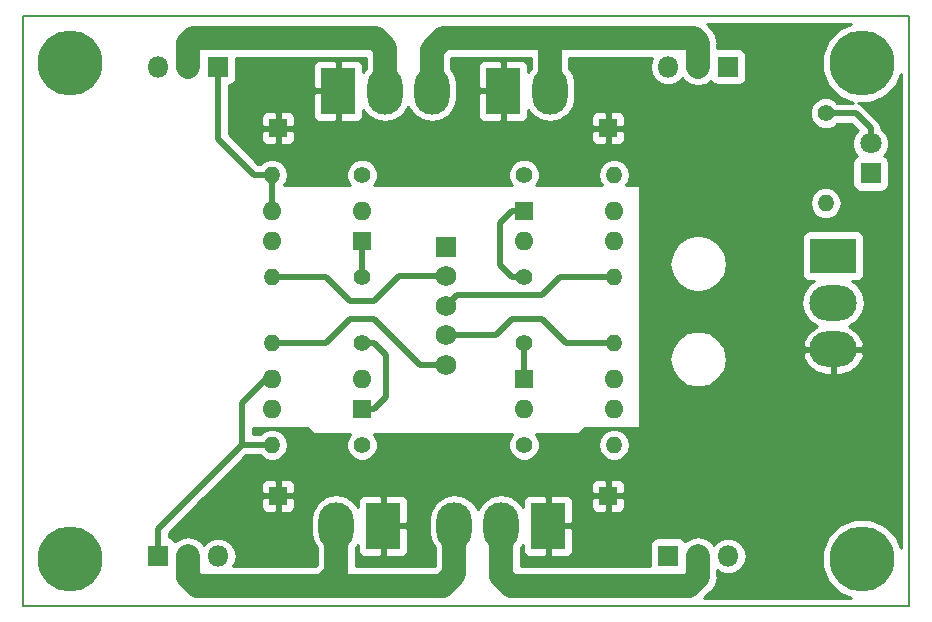
<source format=gbr>
%TF.GenerationSoftware,KiCad,Pcbnew,(5.0.0)*%
%TF.CreationDate,2018-12-15T00:11:35+01:00*%
%TF.ProjectId,high-voltage_driver_V1.0,686967682D766F6C746167655F647269,1.0*%
%TF.SameCoordinates,PXfbec30PYfbec30*%
%TF.FileFunction,Copper,L1,Top,Signal*%
%TF.FilePolarity,Positive*%
%FSLAX46Y46*%
G04 Gerber Fmt 4.6, Leading zero omitted, Abs format (unit mm)*
G04 Created by KiCad (PCBNEW (5.0.0)) date 12/15/18 00:11:35*
%MOMM*%
%LPD*%
G01*
G04 APERTURE LIST*
%ADD10C,0.150000*%
%ADD11C,1.400000*%
%ADD12O,1.400000X1.400000*%
%ADD13R,1.800000X1.800000*%
%ADD14C,1.800000*%
%ADD15R,1.750000X1.750000*%
%ADD16C,1.750000*%
%ADD17R,4.000000X3.000000*%
%ADD18O,4.000000X3.000000*%
%ADD19R,3.000000X4.000000*%
%ADD20O,3.000000X4.000000*%
%ADD21O,1.800000X1.800000*%
%ADD22R,1.600000X1.600000*%
%ADD23O,1.600000X1.600000*%
%ADD24C,5.500000*%
%ADD25C,0.500000*%
%ADD26C,2.000000*%
%ADD27C,0.254000*%
G04 APERTURE END LIST*
D10*
X75000000Y-50000000D02*
X0Y-50000000D01*
X75000000Y0D02*
X75000000Y-50000000D01*
X0Y0D02*
X0Y-50000000D01*
X0Y0D02*
X75000000Y0D01*
D11*
X42418000Y-36322000D03*
D12*
X50038000Y-36322000D03*
D13*
X71755000Y-13335000D03*
D14*
X71755000Y-10795000D03*
D15*
X35814000Y-19558000D03*
D16*
X35814000Y-22058000D03*
X35814000Y-24558000D03*
X35814000Y-27058000D03*
X35814000Y-29558000D03*
D17*
X68580000Y-20320000D03*
D18*
X68580000Y-24282400D03*
X68580000Y-28244800D03*
D19*
X26670000Y-6350000D03*
D20*
X30632400Y-6350000D03*
X34594800Y-6350000D03*
D19*
X40640000Y-6350000D03*
D20*
X44602400Y-6350000D03*
D19*
X44450000Y-43180000D03*
D20*
X40487600Y-43180000D03*
X36525200Y-43180000D03*
D19*
X30480000Y-43180000D03*
D20*
X26517600Y-43180000D03*
D13*
X16510000Y-4318000D03*
D21*
X13970000Y-4318000D03*
X11430000Y-4318000D03*
D13*
X59690000Y-4318000D03*
D21*
X57150000Y-4318000D03*
X54610000Y-4318000D03*
D13*
X54610000Y-45720000D03*
D21*
X57150000Y-45720000D03*
X59690000Y-45720000D03*
D13*
X11430000Y-45720000D03*
D21*
X13970000Y-45720000D03*
X16510000Y-45720000D03*
D11*
X28702000Y-22098000D03*
D12*
X21082000Y-22098000D03*
D11*
X42418000Y-22098000D03*
D12*
X50038000Y-22098000D03*
D11*
X42418000Y-27686000D03*
D12*
X50038000Y-27686000D03*
D11*
X28702000Y-27686000D03*
D12*
X21082000Y-27686000D03*
D11*
X67945000Y-8255000D03*
D12*
X67945000Y-15875000D03*
D11*
X28702000Y-13462000D03*
D12*
X21082000Y-13462000D03*
D11*
X42418000Y-13462000D03*
D12*
X50038000Y-13462000D03*
D11*
X28702000Y-36322000D03*
D12*
X21082000Y-36322000D03*
D22*
X28702000Y-19050000D03*
D23*
X21082000Y-16510000D03*
X28702000Y-16510000D03*
X21082000Y-19050000D03*
D22*
X42418000Y-16510000D03*
D23*
X50038000Y-19050000D03*
X42418000Y-19050000D03*
X50038000Y-16510000D03*
D22*
X42418000Y-30734000D03*
D23*
X50038000Y-33274000D03*
X42418000Y-33274000D03*
X50038000Y-30734000D03*
D22*
X28702000Y-33274000D03*
D23*
X21082000Y-30734000D03*
X28702000Y-30734000D03*
X21082000Y-33274000D03*
D24*
X4000000Y-4000000D03*
X71000000Y-4000000D03*
X4000000Y-46000000D03*
X71000000Y-46000000D03*
D22*
X21590000Y-9525000D03*
D23*
X21590000Y-1905000D03*
D22*
X49530000Y-9525000D03*
D23*
X49530000Y-1905000D03*
D22*
X49530000Y-40640000D03*
D23*
X49530000Y-48260000D03*
D22*
X21590000Y-40640000D03*
D23*
X21590000Y-48260000D03*
D25*
X67945000Y-8255000D02*
X69850000Y-8255000D01*
X71755000Y-9525000D02*
X71755000Y-10795000D01*
X70485000Y-8255000D02*
X71755000Y-9525000D01*
X69850000Y-8255000D02*
X70485000Y-8255000D01*
D26*
X21590000Y-1905000D02*
X14351000Y-1905000D01*
X13970000Y-2286000D02*
X13970000Y-4318000D01*
X14351000Y-1905000D02*
X13970000Y-2286000D01*
X21590000Y-1905000D02*
X29845000Y-1905000D01*
X30632400Y-2692400D02*
X30632400Y-6350000D01*
X29845000Y-1905000D02*
X30632400Y-2692400D01*
X49530000Y-1905000D02*
X56769000Y-1905000D01*
X57150000Y-2286000D02*
X57150000Y-4318000D01*
X56769000Y-1905000D02*
X57150000Y-2286000D01*
X45720000Y-1905000D02*
X35560000Y-1905000D01*
X34594800Y-2870200D02*
X34594800Y-6350000D01*
X35560000Y-1905000D02*
X34594800Y-2870200D01*
X44602400Y-6350000D02*
X44602400Y-2387600D01*
X45085000Y-1905000D02*
X45720000Y-1905000D01*
X45720000Y-1905000D02*
X49530000Y-1905000D01*
X44602400Y-2387600D02*
X45085000Y-1905000D01*
X49530000Y-48260000D02*
X56388000Y-48260000D01*
X57150000Y-47498000D02*
X57150000Y-45720000D01*
X56388000Y-48260000D02*
X57150000Y-47498000D01*
X40487600Y-43180000D02*
X40487600Y-47472600D01*
X41275000Y-48260000D02*
X49530000Y-48260000D01*
X40487600Y-47472600D02*
X41275000Y-48260000D01*
X40640000Y-43332400D02*
X40487600Y-43180000D01*
X21590000Y-48260000D02*
X14732000Y-48260000D01*
X13970000Y-47498000D02*
X13970000Y-45720000D01*
X14732000Y-48260000D02*
X13970000Y-47498000D01*
X36525200Y-43180000D02*
X36525200Y-47294800D01*
X35560000Y-48260000D02*
X25400000Y-48260000D01*
X36525200Y-47294800D02*
X35560000Y-48260000D01*
X21590000Y-48260000D02*
X25400000Y-48260000D01*
X26517600Y-47142400D02*
X26517600Y-43180000D01*
X25400000Y-48260000D02*
X26517600Y-47142400D01*
D25*
X21082000Y-22098000D02*
X25654000Y-22098000D01*
X31790000Y-22058000D02*
X35814000Y-22058000D01*
X29718000Y-24130000D02*
X31790000Y-22058000D01*
X27686000Y-24130000D02*
X29718000Y-24130000D01*
X25654000Y-22098000D02*
X27686000Y-24130000D01*
X50038000Y-22098000D02*
X45466000Y-22098000D01*
X36750000Y-23622000D02*
X35814000Y-24558000D01*
X43942000Y-23622000D02*
X36750000Y-23622000D01*
X45466000Y-22098000D02*
X43942000Y-23622000D01*
X50038000Y-27686000D02*
X45974000Y-27686000D01*
X39998000Y-27058000D02*
X35814000Y-27058000D01*
X41402000Y-25654000D02*
X39998000Y-27058000D01*
X43942000Y-25654000D02*
X41402000Y-25654000D01*
X45974000Y-27686000D02*
X43942000Y-25654000D01*
X21082000Y-27686000D02*
X25654000Y-27686000D01*
X33622000Y-29558000D02*
X35814000Y-29558000D01*
X29718000Y-25654000D02*
X33622000Y-29558000D01*
X27686000Y-25654000D02*
X29718000Y-25654000D01*
X25654000Y-27686000D02*
X27686000Y-25654000D01*
X28702000Y-22098000D02*
X28702000Y-19050000D01*
X40386000Y-17526000D02*
X40386000Y-21082000D01*
X41402000Y-16510000D02*
X40386000Y-17526000D01*
X42418000Y-16510000D02*
X41402000Y-16510000D01*
X41402000Y-22098000D02*
X42418000Y-22098000D01*
X40386000Y-21082000D02*
X41402000Y-22098000D01*
X42418000Y-27686000D02*
X42418000Y-30734000D01*
X28702000Y-33274000D02*
X29718000Y-33274000D01*
X29718000Y-27686000D02*
X28702000Y-27686000D01*
X30734000Y-28702000D02*
X29718000Y-27686000D01*
X30734000Y-32258000D02*
X30734000Y-28702000D01*
X29718000Y-33274000D02*
X30734000Y-32258000D01*
X21082000Y-13462000D02*
X19558000Y-13462000D01*
X16510000Y-10414000D02*
X16510000Y-4318000D01*
X19558000Y-13462000D02*
X16510000Y-10414000D01*
X21082000Y-16510000D02*
X21082000Y-13462000D01*
X18542000Y-36322000D02*
X11430000Y-43434000D01*
X11430000Y-43434000D02*
X11430000Y-45720000D01*
X21082000Y-30734000D02*
X20574000Y-30734000D01*
X20574000Y-30734000D02*
X18542000Y-32766000D01*
X18542000Y-32766000D02*
X18542000Y-36322000D01*
X21082000Y-36322000D02*
X18542000Y-36322000D01*
D27*
G36*
X69082552Y-1130336D02*
X68130336Y-2082552D01*
X67615000Y-3326682D01*
X67615000Y-4673318D01*
X68130336Y-5917448D01*
X69082552Y-6869664D01*
X70290469Y-7370000D01*
X68947975Y-7370000D01*
X68701217Y-7123242D01*
X68210548Y-6920000D01*
X67679452Y-6920000D01*
X67188783Y-7123242D01*
X66813242Y-7498783D01*
X66610000Y-7989452D01*
X66610000Y-8520548D01*
X66813242Y-9011217D01*
X67188783Y-9386758D01*
X67679452Y-9590000D01*
X68210548Y-9590000D01*
X68701217Y-9386758D01*
X68947975Y-9140000D01*
X70118422Y-9140000D01*
X70678802Y-9700381D01*
X70453690Y-9925493D01*
X70220000Y-10489670D01*
X70220000Y-11100330D01*
X70453690Y-11664507D01*
X70622908Y-11833725D01*
X70607235Y-11836843D01*
X70397191Y-11977191D01*
X70256843Y-12187235D01*
X70207560Y-12435000D01*
X70207560Y-14235000D01*
X70256843Y-14482765D01*
X70397191Y-14692809D01*
X70607235Y-14833157D01*
X70855000Y-14882440D01*
X72655000Y-14882440D01*
X72902765Y-14833157D01*
X73112809Y-14692809D01*
X73253157Y-14482765D01*
X73302440Y-14235000D01*
X73302440Y-12435000D01*
X73253157Y-12187235D01*
X73112809Y-11977191D01*
X72902765Y-11836843D01*
X72887092Y-11833725D01*
X73056310Y-11664507D01*
X73290000Y-11100330D01*
X73290000Y-10489670D01*
X73056310Y-9925493D01*
X72657085Y-9526268D01*
X72657337Y-9524999D01*
X72640000Y-9437839D01*
X72640000Y-9437835D01*
X72588652Y-9179690D01*
X72486512Y-9026827D01*
X72442424Y-8960845D01*
X72442423Y-8960844D01*
X72393049Y-8886951D01*
X72319156Y-8837577D01*
X71172425Y-7690847D01*
X71123049Y-7616951D01*
X70830310Y-7421348D01*
X70647575Y-7385000D01*
X71673318Y-7385000D01*
X72917448Y-6869664D01*
X73869664Y-5917448D01*
X74290000Y-4902668D01*
X74290001Y-45097334D01*
X73869664Y-44082552D01*
X72917448Y-43130336D01*
X71673318Y-42615000D01*
X70326682Y-42615000D01*
X69082552Y-43130336D01*
X68130336Y-44082552D01*
X67615000Y-45326682D01*
X67615000Y-46673318D01*
X68130336Y-47917448D01*
X69082552Y-48869664D01*
X70097332Y-49290000D01*
X57670238Y-49290000D01*
X58192250Y-48767988D01*
X58328769Y-48676769D01*
X58657590Y-48184654D01*
X58690136Y-48135946D01*
X58817031Y-47498000D01*
X58785000Y-47336969D01*
X58785000Y-46961427D01*
X59091073Y-47165938D01*
X59538818Y-47255000D01*
X59841182Y-47255000D01*
X60288927Y-47165938D01*
X60796673Y-46826673D01*
X61135938Y-46318927D01*
X61255072Y-45720000D01*
X61135938Y-45121073D01*
X60796673Y-44613327D01*
X60288927Y-44274062D01*
X59841182Y-44185000D01*
X59538818Y-44185000D01*
X59091073Y-44274062D01*
X58583327Y-44613327D01*
X58480134Y-44767766D01*
X58328769Y-44541231D01*
X57787945Y-44179864D01*
X57150000Y-44052969D01*
X56512056Y-44179864D01*
X56051572Y-44487550D01*
X55967809Y-44362191D01*
X55757765Y-44221843D01*
X55510000Y-44172560D01*
X53710000Y-44172560D01*
X53462235Y-44221843D01*
X53252191Y-44362191D01*
X53111843Y-44572235D01*
X53062560Y-44820000D01*
X53062560Y-46620000D01*
X53063555Y-46625000D01*
X42122600Y-46625000D01*
X42122600Y-45075948D01*
X42315000Y-44788001D01*
X42315000Y-45306310D01*
X42411673Y-45539699D01*
X42590302Y-45718327D01*
X42823691Y-45815000D01*
X44164250Y-45815000D01*
X44323000Y-45656250D01*
X44323000Y-43307000D01*
X44577000Y-43307000D01*
X44577000Y-45656250D01*
X44735750Y-45815000D01*
X46076309Y-45815000D01*
X46309698Y-45718327D01*
X46488327Y-45539699D01*
X46585000Y-45306310D01*
X46585000Y-43465750D01*
X46426250Y-43307000D01*
X44577000Y-43307000D01*
X44323000Y-43307000D01*
X44303000Y-43307000D01*
X44303000Y-43053000D01*
X44323000Y-43053000D01*
X44323000Y-40703750D01*
X44577000Y-40703750D01*
X44577000Y-43053000D01*
X46426250Y-43053000D01*
X46585000Y-42894250D01*
X46585000Y-41053690D01*
X46532006Y-40925750D01*
X48095000Y-40925750D01*
X48095000Y-41566309D01*
X48191673Y-41799698D01*
X48370301Y-41978327D01*
X48603690Y-42075000D01*
X49244250Y-42075000D01*
X49403000Y-41916250D01*
X49403000Y-40767000D01*
X49657000Y-40767000D01*
X49657000Y-41916250D01*
X49815750Y-42075000D01*
X50456310Y-42075000D01*
X50689699Y-41978327D01*
X50868327Y-41799698D01*
X50965000Y-41566309D01*
X50965000Y-40925750D01*
X50806250Y-40767000D01*
X49657000Y-40767000D01*
X49403000Y-40767000D01*
X48253750Y-40767000D01*
X48095000Y-40925750D01*
X46532006Y-40925750D01*
X46488327Y-40820301D01*
X46309698Y-40641673D01*
X46076309Y-40545000D01*
X44735750Y-40545000D01*
X44577000Y-40703750D01*
X44323000Y-40703750D01*
X44164250Y-40545000D01*
X42823691Y-40545000D01*
X42590302Y-40641673D01*
X42411673Y-40820301D01*
X42315000Y-41053690D01*
X42315000Y-41572000D01*
X42026849Y-41140751D01*
X41320636Y-40668874D01*
X40487600Y-40503173D01*
X39654565Y-40668874D01*
X38948352Y-41140751D01*
X38506400Y-41802177D01*
X38064449Y-41140751D01*
X37358236Y-40668874D01*
X36525200Y-40503173D01*
X35692165Y-40668874D01*
X34985952Y-41140751D01*
X34514074Y-41846964D01*
X34390200Y-42469721D01*
X34390200Y-43890278D01*
X34514074Y-44513035D01*
X34890200Y-45075948D01*
X34890201Y-46617561D01*
X34882762Y-46625000D01*
X28152600Y-46625000D01*
X28152600Y-45075948D01*
X28345000Y-44788001D01*
X28345000Y-45306310D01*
X28441673Y-45539699D01*
X28620302Y-45718327D01*
X28853691Y-45815000D01*
X30194250Y-45815000D01*
X30353000Y-45656250D01*
X30353000Y-43307000D01*
X30607000Y-43307000D01*
X30607000Y-45656250D01*
X30765750Y-45815000D01*
X32106309Y-45815000D01*
X32339698Y-45718327D01*
X32518327Y-45539699D01*
X32615000Y-45306310D01*
X32615000Y-43465750D01*
X32456250Y-43307000D01*
X30607000Y-43307000D01*
X30353000Y-43307000D01*
X30333000Y-43307000D01*
X30333000Y-43053000D01*
X30353000Y-43053000D01*
X30353000Y-40703750D01*
X30607000Y-40703750D01*
X30607000Y-43053000D01*
X32456250Y-43053000D01*
X32615000Y-42894250D01*
X32615000Y-41053690D01*
X32518327Y-40820301D01*
X32339698Y-40641673D01*
X32106309Y-40545000D01*
X30765750Y-40545000D01*
X30607000Y-40703750D01*
X30353000Y-40703750D01*
X30194250Y-40545000D01*
X28853691Y-40545000D01*
X28620302Y-40641673D01*
X28441673Y-40820301D01*
X28345000Y-41053690D01*
X28345000Y-41572000D01*
X28056849Y-41140751D01*
X27350636Y-40668874D01*
X26517600Y-40503173D01*
X25684565Y-40668874D01*
X24978352Y-41140751D01*
X24506474Y-41846964D01*
X24382600Y-42469721D01*
X24382600Y-43890278D01*
X24506474Y-44513035D01*
X24882601Y-45075948D01*
X24882600Y-46465161D01*
X24722762Y-46625000D01*
X17751427Y-46625000D01*
X17955938Y-46318927D01*
X18075072Y-45720000D01*
X17955938Y-45121073D01*
X17616673Y-44613327D01*
X17108927Y-44274062D01*
X16661182Y-44185000D01*
X16358818Y-44185000D01*
X15911073Y-44274062D01*
X15403327Y-44613327D01*
X15300134Y-44767766D01*
X15148769Y-44541231D01*
X14607945Y-44179864D01*
X13970000Y-44052969D01*
X13332056Y-44179864D01*
X12871572Y-44487550D01*
X12787809Y-44362191D01*
X12577765Y-44221843D01*
X12330000Y-44172560D01*
X12315000Y-44172560D01*
X12315000Y-43800578D01*
X15189828Y-40925750D01*
X20155000Y-40925750D01*
X20155000Y-41566309D01*
X20251673Y-41799698D01*
X20430301Y-41978327D01*
X20663690Y-42075000D01*
X21304250Y-42075000D01*
X21463000Y-41916250D01*
X21463000Y-40767000D01*
X21717000Y-40767000D01*
X21717000Y-41916250D01*
X21875750Y-42075000D01*
X22516310Y-42075000D01*
X22749699Y-41978327D01*
X22928327Y-41799698D01*
X23025000Y-41566309D01*
X23025000Y-40925750D01*
X22866250Y-40767000D01*
X21717000Y-40767000D01*
X21463000Y-40767000D01*
X20313750Y-40767000D01*
X20155000Y-40925750D01*
X15189828Y-40925750D01*
X16401887Y-39713691D01*
X20155000Y-39713691D01*
X20155000Y-40354250D01*
X20313750Y-40513000D01*
X21463000Y-40513000D01*
X21463000Y-39363750D01*
X21717000Y-39363750D01*
X21717000Y-40513000D01*
X22866250Y-40513000D01*
X23025000Y-40354250D01*
X23025000Y-39713691D01*
X48095000Y-39713691D01*
X48095000Y-40354250D01*
X48253750Y-40513000D01*
X49403000Y-40513000D01*
X49403000Y-39363750D01*
X49657000Y-39363750D01*
X49657000Y-40513000D01*
X50806250Y-40513000D01*
X50965000Y-40354250D01*
X50965000Y-39713691D01*
X50868327Y-39480302D01*
X50689699Y-39301673D01*
X50456310Y-39205000D01*
X49815750Y-39205000D01*
X49657000Y-39363750D01*
X49403000Y-39363750D01*
X49244250Y-39205000D01*
X48603690Y-39205000D01*
X48370301Y-39301673D01*
X48191673Y-39480302D01*
X48095000Y-39713691D01*
X23025000Y-39713691D01*
X22928327Y-39480302D01*
X22749699Y-39301673D01*
X22516310Y-39205000D01*
X21875750Y-39205000D01*
X21717000Y-39363750D01*
X21463000Y-39363750D01*
X21304250Y-39205000D01*
X20663690Y-39205000D01*
X20430301Y-39301673D01*
X20251673Y-39480302D01*
X20155000Y-39713691D01*
X16401887Y-39713691D01*
X18908579Y-37207000D01*
X20067748Y-37207000D01*
X20119519Y-37284481D01*
X20561109Y-37579542D01*
X20950515Y-37657000D01*
X21213485Y-37657000D01*
X21602891Y-37579542D01*
X22044481Y-37284481D01*
X22339542Y-36842891D01*
X22443154Y-36322000D01*
X22339542Y-35801109D01*
X22044481Y-35359519D01*
X21602891Y-35064458D01*
X21213485Y-34987000D01*
X20950515Y-34987000D01*
X20561109Y-35064458D01*
X20119519Y-35359519D01*
X20067748Y-35437000D01*
X19427000Y-35437000D01*
X19427000Y-34925000D01*
X24077394Y-34925000D01*
X24548197Y-35395803D01*
X24589399Y-35423333D01*
X24638000Y-35433000D01*
X27703025Y-35433000D01*
X27570242Y-35565783D01*
X27367000Y-36056452D01*
X27367000Y-36587548D01*
X27570242Y-37078217D01*
X27945783Y-37453758D01*
X28436452Y-37657000D01*
X28967548Y-37657000D01*
X29458217Y-37453758D01*
X29833758Y-37078217D01*
X30037000Y-36587548D01*
X30037000Y-36056452D01*
X29833758Y-35565783D01*
X29700975Y-35433000D01*
X41419025Y-35433000D01*
X41286242Y-35565783D01*
X41083000Y-36056452D01*
X41083000Y-36587548D01*
X41286242Y-37078217D01*
X41661783Y-37453758D01*
X42152452Y-37657000D01*
X42683548Y-37657000D01*
X43174217Y-37453758D01*
X43549758Y-37078217D01*
X43753000Y-36587548D01*
X43753000Y-36322000D01*
X48676846Y-36322000D01*
X48780458Y-36842891D01*
X49075519Y-37284481D01*
X49517109Y-37579542D01*
X49906515Y-37657000D01*
X50169485Y-37657000D01*
X50558891Y-37579542D01*
X51000481Y-37284481D01*
X51295542Y-36842891D01*
X51399154Y-36322000D01*
X51295542Y-35801109D01*
X51000481Y-35359519D01*
X50558891Y-35064458D01*
X50169485Y-34987000D01*
X49906515Y-34987000D01*
X49517109Y-35064458D01*
X49075519Y-35359519D01*
X48780458Y-35801109D01*
X48676846Y-36322000D01*
X43753000Y-36322000D01*
X43753000Y-36056452D01*
X43549758Y-35565783D01*
X43416975Y-35433000D01*
X46990000Y-35433000D01*
X47038601Y-35423333D01*
X47079803Y-35395803D01*
X47550606Y-34925000D01*
X52070000Y-34925000D01*
X52118601Y-34915333D01*
X52159803Y-34887803D01*
X52187333Y-34846601D01*
X52197000Y-34798000D01*
X52197000Y-29060000D01*
X54718276Y-29060000D01*
X54903380Y-29990580D01*
X55430511Y-30779489D01*
X56219420Y-31306620D01*
X56915103Y-31445000D01*
X57384897Y-31445000D01*
X58080580Y-31306620D01*
X58869489Y-30779489D01*
X59396620Y-29990580D01*
X59581724Y-29060000D01*
X59510839Y-28703633D01*
X65994887Y-28703633D01*
X66058916Y-28944496D01*
X66480524Y-29664670D01*
X67145638Y-30168682D01*
X67953000Y-30379800D01*
X68453000Y-30379800D01*
X68453000Y-28371800D01*
X68707000Y-28371800D01*
X68707000Y-30379800D01*
X69207000Y-30379800D01*
X70014362Y-30168682D01*
X70679476Y-29664670D01*
X71101084Y-28944496D01*
X71165113Y-28703633D01*
X71052165Y-28371800D01*
X68707000Y-28371800D01*
X68453000Y-28371800D01*
X66107835Y-28371800D01*
X65994887Y-28703633D01*
X59510839Y-28703633D01*
X59396620Y-28129420D01*
X58869489Y-27340511D01*
X58080580Y-26813380D01*
X57384897Y-26675000D01*
X56915103Y-26675000D01*
X56219420Y-26813380D01*
X55430511Y-27340511D01*
X54903380Y-28129420D01*
X54718276Y-29060000D01*
X52197000Y-29060000D01*
X52197000Y-24282400D01*
X65903173Y-24282400D01*
X66068874Y-25115436D01*
X66540751Y-25821649D01*
X67246964Y-26293526D01*
X67248910Y-26293913D01*
X67145638Y-26320918D01*
X66480524Y-26824930D01*
X66058916Y-27545104D01*
X65994887Y-27785967D01*
X66107835Y-28117800D01*
X68453000Y-28117800D01*
X68453000Y-28097800D01*
X68707000Y-28097800D01*
X68707000Y-28117800D01*
X71052165Y-28117800D01*
X71165113Y-27785967D01*
X71101084Y-27545104D01*
X70679476Y-26824930D01*
X70014362Y-26320918D01*
X69911090Y-26293913D01*
X69913036Y-26293526D01*
X70619249Y-25821649D01*
X71091126Y-25115436D01*
X71256827Y-24282400D01*
X71091126Y-23449364D01*
X70619249Y-22743151D01*
X70206619Y-22467440D01*
X70580000Y-22467440D01*
X70827765Y-22418157D01*
X71037809Y-22277809D01*
X71178157Y-22067765D01*
X71227440Y-21820000D01*
X71227440Y-18820000D01*
X71178157Y-18572235D01*
X71037809Y-18362191D01*
X70827765Y-18221843D01*
X70580000Y-18172560D01*
X66580000Y-18172560D01*
X66332235Y-18221843D01*
X66122191Y-18362191D01*
X65981843Y-18572235D01*
X65932560Y-18820000D01*
X65932560Y-21820000D01*
X65981843Y-22067765D01*
X66122191Y-22277809D01*
X66332235Y-22418157D01*
X66580000Y-22467440D01*
X66953381Y-22467440D01*
X66540751Y-22743151D01*
X66068874Y-23449364D01*
X65903173Y-24282400D01*
X52197000Y-24282400D01*
X52197000Y-20978000D01*
X54718276Y-20978000D01*
X54903380Y-21908580D01*
X55430511Y-22697489D01*
X56219420Y-23224620D01*
X56915103Y-23363000D01*
X57384897Y-23363000D01*
X58080580Y-23224620D01*
X58869489Y-22697489D01*
X59396620Y-21908580D01*
X59581724Y-20978000D01*
X59396620Y-20047420D01*
X58869489Y-19258511D01*
X58080580Y-18731380D01*
X57384897Y-18593000D01*
X56915103Y-18593000D01*
X56219420Y-18731380D01*
X55430511Y-19258511D01*
X54903380Y-20047420D01*
X54718276Y-20978000D01*
X52197000Y-20978000D01*
X52197000Y-15875000D01*
X66583846Y-15875000D01*
X66687458Y-16395891D01*
X66982519Y-16837481D01*
X67424109Y-17132542D01*
X67813515Y-17210000D01*
X68076485Y-17210000D01*
X68465891Y-17132542D01*
X68907481Y-16837481D01*
X69202542Y-16395891D01*
X69306154Y-15875000D01*
X69202542Y-15354109D01*
X68907481Y-14912519D01*
X68465891Y-14617458D01*
X68076485Y-14540000D01*
X67813515Y-14540000D01*
X67424109Y-14617458D01*
X66982519Y-14912519D01*
X66687458Y-15354109D01*
X66583846Y-15875000D01*
X52197000Y-15875000D01*
X52197000Y-14478000D01*
X52187333Y-14429399D01*
X52159803Y-14388197D01*
X52118601Y-14360667D01*
X52070000Y-14351000D01*
X51049579Y-14351000D01*
X51295542Y-13982891D01*
X51399154Y-13462000D01*
X51295542Y-12941109D01*
X51000481Y-12499519D01*
X50558891Y-12204458D01*
X50169485Y-12127000D01*
X49906515Y-12127000D01*
X49517109Y-12204458D01*
X49075519Y-12499519D01*
X48780458Y-12941109D01*
X48676846Y-13462000D01*
X48780458Y-13982891D01*
X49026421Y-14351000D01*
X43416975Y-14351000D01*
X43549758Y-14218217D01*
X43753000Y-13727548D01*
X43753000Y-13196452D01*
X43549758Y-12705783D01*
X43174217Y-12330242D01*
X42683548Y-12127000D01*
X42152452Y-12127000D01*
X41661783Y-12330242D01*
X41286242Y-12705783D01*
X41083000Y-13196452D01*
X41083000Y-13727548D01*
X41286242Y-14218217D01*
X41419025Y-14351000D01*
X29700975Y-14351000D01*
X29833758Y-14218217D01*
X30037000Y-13727548D01*
X30037000Y-13196452D01*
X29833758Y-12705783D01*
X29458217Y-12330242D01*
X28967548Y-12127000D01*
X28436452Y-12127000D01*
X27945783Y-12330242D01*
X27570242Y-12705783D01*
X27367000Y-13196452D01*
X27367000Y-13727548D01*
X27570242Y-14218217D01*
X27703025Y-14351000D01*
X22093579Y-14351000D01*
X22339542Y-13982891D01*
X22443154Y-13462000D01*
X22339542Y-12941109D01*
X22044481Y-12499519D01*
X21602891Y-12204458D01*
X21213485Y-12127000D01*
X20950515Y-12127000D01*
X20561109Y-12204458D01*
X20119519Y-12499519D01*
X20067748Y-12577000D01*
X19924579Y-12577000D01*
X17395000Y-10047422D01*
X17395000Y-9810750D01*
X20155000Y-9810750D01*
X20155000Y-10451309D01*
X20251673Y-10684698D01*
X20430301Y-10863327D01*
X20663690Y-10960000D01*
X21304250Y-10960000D01*
X21463000Y-10801250D01*
X21463000Y-9652000D01*
X21717000Y-9652000D01*
X21717000Y-10801250D01*
X21875750Y-10960000D01*
X22516310Y-10960000D01*
X22749699Y-10863327D01*
X22928327Y-10684698D01*
X23025000Y-10451309D01*
X23025000Y-9810750D01*
X48095000Y-9810750D01*
X48095000Y-10451309D01*
X48191673Y-10684698D01*
X48370301Y-10863327D01*
X48603690Y-10960000D01*
X49244250Y-10960000D01*
X49403000Y-10801250D01*
X49403000Y-9652000D01*
X49657000Y-9652000D01*
X49657000Y-10801250D01*
X49815750Y-10960000D01*
X50456310Y-10960000D01*
X50689699Y-10863327D01*
X50868327Y-10684698D01*
X50965000Y-10451309D01*
X50965000Y-9810750D01*
X50806250Y-9652000D01*
X49657000Y-9652000D01*
X49403000Y-9652000D01*
X48253750Y-9652000D01*
X48095000Y-9810750D01*
X23025000Y-9810750D01*
X22866250Y-9652000D01*
X21717000Y-9652000D01*
X21463000Y-9652000D01*
X20313750Y-9652000D01*
X20155000Y-9810750D01*
X17395000Y-9810750D01*
X17395000Y-8598691D01*
X20155000Y-8598691D01*
X20155000Y-9239250D01*
X20313750Y-9398000D01*
X21463000Y-9398000D01*
X21463000Y-8248750D01*
X21717000Y-8248750D01*
X21717000Y-9398000D01*
X22866250Y-9398000D01*
X23025000Y-9239250D01*
X23025000Y-8598691D01*
X22928327Y-8365302D01*
X22749699Y-8186673D01*
X22516310Y-8090000D01*
X21875750Y-8090000D01*
X21717000Y-8248750D01*
X21463000Y-8248750D01*
X21304250Y-8090000D01*
X20663690Y-8090000D01*
X20430301Y-8186673D01*
X20251673Y-8365302D01*
X20155000Y-8598691D01*
X17395000Y-8598691D01*
X17395000Y-6635750D01*
X24535000Y-6635750D01*
X24535000Y-8476310D01*
X24631673Y-8709699D01*
X24810302Y-8888327D01*
X25043691Y-8985000D01*
X26384250Y-8985000D01*
X26543000Y-8826250D01*
X26543000Y-6477000D01*
X24693750Y-6477000D01*
X24535000Y-6635750D01*
X17395000Y-6635750D01*
X17395000Y-5865440D01*
X17410000Y-5865440D01*
X17657765Y-5816157D01*
X17867809Y-5675809D01*
X18008157Y-5465765D01*
X18057440Y-5218000D01*
X18057440Y-4223690D01*
X24535000Y-4223690D01*
X24535000Y-6064250D01*
X24693750Y-6223000D01*
X26543000Y-6223000D01*
X26543000Y-3873750D01*
X26384250Y-3715000D01*
X25043691Y-3715000D01*
X24810302Y-3811673D01*
X24631673Y-3990301D01*
X24535000Y-4223690D01*
X18057440Y-4223690D01*
X18057440Y-3540000D01*
X28997400Y-3540000D01*
X28997400Y-4454052D01*
X28805000Y-4742000D01*
X28805000Y-4223690D01*
X28708327Y-3990301D01*
X28529698Y-3811673D01*
X28296309Y-3715000D01*
X26955750Y-3715000D01*
X26797000Y-3873750D01*
X26797000Y-6223000D01*
X26817000Y-6223000D01*
X26817000Y-6477000D01*
X26797000Y-6477000D01*
X26797000Y-8826250D01*
X26955750Y-8985000D01*
X28296309Y-8985000D01*
X28529698Y-8888327D01*
X28708327Y-8709699D01*
X28805000Y-8476310D01*
X28805000Y-7958000D01*
X29093152Y-8389249D01*
X29799365Y-8861126D01*
X30632400Y-9026827D01*
X31465436Y-8861126D01*
X32171649Y-8389249D01*
X32613600Y-7727823D01*
X33055552Y-8389249D01*
X33761765Y-8861126D01*
X34594800Y-9026827D01*
X35427836Y-8861126D01*
X36134049Y-8389249D01*
X36605926Y-7683035D01*
X36729800Y-7060278D01*
X36729800Y-6635750D01*
X38505000Y-6635750D01*
X38505000Y-8476310D01*
X38601673Y-8709699D01*
X38780302Y-8888327D01*
X39013691Y-8985000D01*
X40354250Y-8985000D01*
X40513000Y-8826250D01*
X40513000Y-6477000D01*
X38663750Y-6477000D01*
X38505000Y-6635750D01*
X36729800Y-6635750D01*
X36729800Y-5639721D01*
X36605926Y-5016964D01*
X36229800Y-4454052D01*
X36229800Y-4223690D01*
X38505000Y-4223690D01*
X38505000Y-6064250D01*
X38663750Y-6223000D01*
X40513000Y-6223000D01*
X40513000Y-3873750D01*
X40354250Y-3715000D01*
X39013691Y-3715000D01*
X38780302Y-3811673D01*
X38601673Y-3990301D01*
X38505000Y-4223690D01*
X36229800Y-4223690D01*
X36229800Y-3547438D01*
X36237238Y-3540000D01*
X42967401Y-3540000D01*
X42967400Y-4454052D01*
X42775000Y-4742000D01*
X42775000Y-4223690D01*
X42678327Y-3990301D01*
X42499698Y-3811673D01*
X42266309Y-3715000D01*
X40925750Y-3715000D01*
X40767000Y-3873750D01*
X40767000Y-6223000D01*
X40787000Y-6223000D01*
X40787000Y-6477000D01*
X40767000Y-6477000D01*
X40767000Y-8826250D01*
X40925750Y-8985000D01*
X42266309Y-8985000D01*
X42499698Y-8888327D01*
X42678327Y-8709699D01*
X42775000Y-8476310D01*
X42775000Y-7958000D01*
X43063152Y-8389249D01*
X43769365Y-8861126D01*
X44602400Y-9026827D01*
X45435436Y-8861126D01*
X45828197Y-8598691D01*
X48095000Y-8598691D01*
X48095000Y-9239250D01*
X48253750Y-9398000D01*
X49403000Y-9398000D01*
X49403000Y-8248750D01*
X49657000Y-8248750D01*
X49657000Y-9398000D01*
X50806250Y-9398000D01*
X50965000Y-9239250D01*
X50965000Y-8598691D01*
X50868327Y-8365302D01*
X50689699Y-8186673D01*
X50456310Y-8090000D01*
X49815750Y-8090000D01*
X49657000Y-8248750D01*
X49403000Y-8248750D01*
X49244250Y-8090000D01*
X48603690Y-8090000D01*
X48370301Y-8186673D01*
X48191673Y-8365302D01*
X48095000Y-8598691D01*
X45828197Y-8598691D01*
X46141649Y-8389249D01*
X46613526Y-7683035D01*
X46737400Y-7060278D01*
X46737400Y-5639721D01*
X46613526Y-5016964D01*
X46237400Y-4454052D01*
X46237400Y-3540000D01*
X53283715Y-3540000D01*
X53164062Y-3719073D01*
X53044928Y-4318000D01*
X53164062Y-4916927D01*
X53503327Y-5424673D01*
X54011073Y-5763938D01*
X54458818Y-5853000D01*
X54761182Y-5853000D01*
X55208927Y-5763938D01*
X55716673Y-5424673D01*
X55819866Y-5270234D01*
X55971232Y-5496769D01*
X56512056Y-5858136D01*
X57150000Y-5985031D01*
X57787945Y-5858136D01*
X58248429Y-5550451D01*
X58332191Y-5675809D01*
X58542235Y-5816157D01*
X58790000Y-5865440D01*
X60590000Y-5865440D01*
X60837765Y-5816157D01*
X61047809Y-5675809D01*
X61188157Y-5465765D01*
X61237440Y-5218000D01*
X61237440Y-3418000D01*
X61188157Y-3170235D01*
X61047809Y-2960191D01*
X60837765Y-2819843D01*
X60590000Y-2770560D01*
X58790000Y-2770560D01*
X58785000Y-2771555D01*
X58785000Y-2447025D01*
X58817030Y-2285999D01*
X58785000Y-2124973D01*
X58785000Y-2124969D01*
X58690136Y-1648055D01*
X58328769Y-1107231D01*
X58192250Y-1016012D01*
X58038988Y-862750D01*
X57947769Y-726231D01*
X57923478Y-710000D01*
X70097332Y-710000D01*
X69082552Y-1130336D01*
X69082552Y-1130336D01*
G37*
X69082552Y-1130336D02*
X68130336Y-2082552D01*
X67615000Y-3326682D01*
X67615000Y-4673318D01*
X68130336Y-5917448D01*
X69082552Y-6869664D01*
X70290469Y-7370000D01*
X68947975Y-7370000D01*
X68701217Y-7123242D01*
X68210548Y-6920000D01*
X67679452Y-6920000D01*
X67188783Y-7123242D01*
X66813242Y-7498783D01*
X66610000Y-7989452D01*
X66610000Y-8520548D01*
X66813242Y-9011217D01*
X67188783Y-9386758D01*
X67679452Y-9590000D01*
X68210548Y-9590000D01*
X68701217Y-9386758D01*
X68947975Y-9140000D01*
X70118422Y-9140000D01*
X70678802Y-9700381D01*
X70453690Y-9925493D01*
X70220000Y-10489670D01*
X70220000Y-11100330D01*
X70453690Y-11664507D01*
X70622908Y-11833725D01*
X70607235Y-11836843D01*
X70397191Y-11977191D01*
X70256843Y-12187235D01*
X70207560Y-12435000D01*
X70207560Y-14235000D01*
X70256843Y-14482765D01*
X70397191Y-14692809D01*
X70607235Y-14833157D01*
X70855000Y-14882440D01*
X72655000Y-14882440D01*
X72902765Y-14833157D01*
X73112809Y-14692809D01*
X73253157Y-14482765D01*
X73302440Y-14235000D01*
X73302440Y-12435000D01*
X73253157Y-12187235D01*
X73112809Y-11977191D01*
X72902765Y-11836843D01*
X72887092Y-11833725D01*
X73056310Y-11664507D01*
X73290000Y-11100330D01*
X73290000Y-10489670D01*
X73056310Y-9925493D01*
X72657085Y-9526268D01*
X72657337Y-9524999D01*
X72640000Y-9437839D01*
X72640000Y-9437835D01*
X72588652Y-9179690D01*
X72486512Y-9026827D01*
X72442424Y-8960845D01*
X72442423Y-8960844D01*
X72393049Y-8886951D01*
X72319156Y-8837577D01*
X71172425Y-7690847D01*
X71123049Y-7616951D01*
X70830310Y-7421348D01*
X70647575Y-7385000D01*
X71673318Y-7385000D01*
X72917448Y-6869664D01*
X73869664Y-5917448D01*
X74290000Y-4902668D01*
X74290001Y-45097334D01*
X73869664Y-44082552D01*
X72917448Y-43130336D01*
X71673318Y-42615000D01*
X70326682Y-42615000D01*
X69082552Y-43130336D01*
X68130336Y-44082552D01*
X67615000Y-45326682D01*
X67615000Y-46673318D01*
X68130336Y-47917448D01*
X69082552Y-48869664D01*
X70097332Y-49290000D01*
X57670238Y-49290000D01*
X58192250Y-48767988D01*
X58328769Y-48676769D01*
X58657590Y-48184654D01*
X58690136Y-48135946D01*
X58817031Y-47498000D01*
X58785000Y-47336969D01*
X58785000Y-46961427D01*
X59091073Y-47165938D01*
X59538818Y-47255000D01*
X59841182Y-47255000D01*
X60288927Y-47165938D01*
X60796673Y-46826673D01*
X61135938Y-46318927D01*
X61255072Y-45720000D01*
X61135938Y-45121073D01*
X60796673Y-44613327D01*
X60288927Y-44274062D01*
X59841182Y-44185000D01*
X59538818Y-44185000D01*
X59091073Y-44274062D01*
X58583327Y-44613327D01*
X58480134Y-44767766D01*
X58328769Y-44541231D01*
X57787945Y-44179864D01*
X57150000Y-44052969D01*
X56512056Y-44179864D01*
X56051572Y-44487550D01*
X55967809Y-44362191D01*
X55757765Y-44221843D01*
X55510000Y-44172560D01*
X53710000Y-44172560D01*
X53462235Y-44221843D01*
X53252191Y-44362191D01*
X53111843Y-44572235D01*
X53062560Y-44820000D01*
X53062560Y-46620000D01*
X53063555Y-46625000D01*
X42122600Y-46625000D01*
X42122600Y-45075948D01*
X42315000Y-44788001D01*
X42315000Y-45306310D01*
X42411673Y-45539699D01*
X42590302Y-45718327D01*
X42823691Y-45815000D01*
X44164250Y-45815000D01*
X44323000Y-45656250D01*
X44323000Y-43307000D01*
X44577000Y-43307000D01*
X44577000Y-45656250D01*
X44735750Y-45815000D01*
X46076309Y-45815000D01*
X46309698Y-45718327D01*
X46488327Y-45539699D01*
X46585000Y-45306310D01*
X46585000Y-43465750D01*
X46426250Y-43307000D01*
X44577000Y-43307000D01*
X44323000Y-43307000D01*
X44303000Y-43307000D01*
X44303000Y-43053000D01*
X44323000Y-43053000D01*
X44323000Y-40703750D01*
X44577000Y-40703750D01*
X44577000Y-43053000D01*
X46426250Y-43053000D01*
X46585000Y-42894250D01*
X46585000Y-41053690D01*
X46532006Y-40925750D01*
X48095000Y-40925750D01*
X48095000Y-41566309D01*
X48191673Y-41799698D01*
X48370301Y-41978327D01*
X48603690Y-42075000D01*
X49244250Y-42075000D01*
X49403000Y-41916250D01*
X49403000Y-40767000D01*
X49657000Y-40767000D01*
X49657000Y-41916250D01*
X49815750Y-42075000D01*
X50456310Y-42075000D01*
X50689699Y-41978327D01*
X50868327Y-41799698D01*
X50965000Y-41566309D01*
X50965000Y-40925750D01*
X50806250Y-40767000D01*
X49657000Y-40767000D01*
X49403000Y-40767000D01*
X48253750Y-40767000D01*
X48095000Y-40925750D01*
X46532006Y-40925750D01*
X46488327Y-40820301D01*
X46309698Y-40641673D01*
X46076309Y-40545000D01*
X44735750Y-40545000D01*
X44577000Y-40703750D01*
X44323000Y-40703750D01*
X44164250Y-40545000D01*
X42823691Y-40545000D01*
X42590302Y-40641673D01*
X42411673Y-40820301D01*
X42315000Y-41053690D01*
X42315000Y-41572000D01*
X42026849Y-41140751D01*
X41320636Y-40668874D01*
X40487600Y-40503173D01*
X39654565Y-40668874D01*
X38948352Y-41140751D01*
X38506400Y-41802177D01*
X38064449Y-41140751D01*
X37358236Y-40668874D01*
X36525200Y-40503173D01*
X35692165Y-40668874D01*
X34985952Y-41140751D01*
X34514074Y-41846964D01*
X34390200Y-42469721D01*
X34390200Y-43890278D01*
X34514074Y-44513035D01*
X34890200Y-45075948D01*
X34890201Y-46617561D01*
X34882762Y-46625000D01*
X28152600Y-46625000D01*
X28152600Y-45075948D01*
X28345000Y-44788001D01*
X28345000Y-45306310D01*
X28441673Y-45539699D01*
X28620302Y-45718327D01*
X28853691Y-45815000D01*
X30194250Y-45815000D01*
X30353000Y-45656250D01*
X30353000Y-43307000D01*
X30607000Y-43307000D01*
X30607000Y-45656250D01*
X30765750Y-45815000D01*
X32106309Y-45815000D01*
X32339698Y-45718327D01*
X32518327Y-45539699D01*
X32615000Y-45306310D01*
X32615000Y-43465750D01*
X32456250Y-43307000D01*
X30607000Y-43307000D01*
X30353000Y-43307000D01*
X30333000Y-43307000D01*
X30333000Y-43053000D01*
X30353000Y-43053000D01*
X30353000Y-40703750D01*
X30607000Y-40703750D01*
X30607000Y-43053000D01*
X32456250Y-43053000D01*
X32615000Y-42894250D01*
X32615000Y-41053690D01*
X32518327Y-40820301D01*
X32339698Y-40641673D01*
X32106309Y-40545000D01*
X30765750Y-40545000D01*
X30607000Y-40703750D01*
X30353000Y-40703750D01*
X30194250Y-40545000D01*
X28853691Y-40545000D01*
X28620302Y-40641673D01*
X28441673Y-40820301D01*
X28345000Y-41053690D01*
X28345000Y-41572000D01*
X28056849Y-41140751D01*
X27350636Y-40668874D01*
X26517600Y-40503173D01*
X25684565Y-40668874D01*
X24978352Y-41140751D01*
X24506474Y-41846964D01*
X24382600Y-42469721D01*
X24382600Y-43890278D01*
X24506474Y-44513035D01*
X24882601Y-45075948D01*
X24882600Y-46465161D01*
X24722762Y-46625000D01*
X17751427Y-46625000D01*
X17955938Y-46318927D01*
X18075072Y-45720000D01*
X17955938Y-45121073D01*
X17616673Y-44613327D01*
X17108927Y-44274062D01*
X16661182Y-44185000D01*
X16358818Y-44185000D01*
X15911073Y-44274062D01*
X15403327Y-44613327D01*
X15300134Y-44767766D01*
X15148769Y-44541231D01*
X14607945Y-44179864D01*
X13970000Y-44052969D01*
X13332056Y-44179864D01*
X12871572Y-44487550D01*
X12787809Y-44362191D01*
X12577765Y-44221843D01*
X12330000Y-44172560D01*
X12315000Y-44172560D01*
X12315000Y-43800578D01*
X15189828Y-40925750D01*
X20155000Y-40925750D01*
X20155000Y-41566309D01*
X20251673Y-41799698D01*
X20430301Y-41978327D01*
X20663690Y-42075000D01*
X21304250Y-42075000D01*
X21463000Y-41916250D01*
X21463000Y-40767000D01*
X21717000Y-40767000D01*
X21717000Y-41916250D01*
X21875750Y-42075000D01*
X22516310Y-42075000D01*
X22749699Y-41978327D01*
X22928327Y-41799698D01*
X23025000Y-41566309D01*
X23025000Y-40925750D01*
X22866250Y-40767000D01*
X21717000Y-40767000D01*
X21463000Y-40767000D01*
X20313750Y-40767000D01*
X20155000Y-40925750D01*
X15189828Y-40925750D01*
X16401887Y-39713691D01*
X20155000Y-39713691D01*
X20155000Y-40354250D01*
X20313750Y-40513000D01*
X21463000Y-40513000D01*
X21463000Y-39363750D01*
X21717000Y-39363750D01*
X21717000Y-40513000D01*
X22866250Y-40513000D01*
X23025000Y-40354250D01*
X23025000Y-39713691D01*
X48095000Y-39713691D01*
X48095000Y-40354250D01*
X48253750Y-40513000D01*
X49403000Y-40513000D01*
X49403000Y-39363750D01*
X49657000Y-39363750D01*
X49657000Y-40513000D01*
X50806250Y-40513000D01*
X50965000Y-40354250D01*
X50965000Y-39713691D01*
X50868327Y-39480302D01*
X50689699Y-39301673D01*
X50456310Y-39205000D01*
X49815750Y-39205000D01*
X49657000Y-39363750D01*
X49403000Y-39363750D01*
X49244250Y-39205000D01*
X48603690Y-39205000D01*
X48370301Y-39301673D01*
X48191673Y-39480302D01*
X48095000Y-39713691D01*
X23025000Y-39713691D01*
X22928327Y-39480302D01*
X22749699Y-39301673D01*
X22516310Y-39205000D01*
X21875750Y-39205000D01*
X21717000Y-39363750D01*
X21463000Y-39363750D01*
X21304250Y-39205000D01*
X20663690Y-39205000D01*
X20430301Y-39301673D01*
X20251673Y-39480302D01*
X20155000Y-39713691D01*
X16401887Y-39713691D01*
X18908579Y-37207000D01*
X20067748Y-37207000D01*
X20119519Y-37284481D01*
X20561109Y-37579542D01*
X20950515Y-37657000D01*
X21213485Y-37657000D01*
X21602891Y-37579542D01*
X22044481Y-37284481D01*
X22339542Y-36842891D01*
X22443154Y-36322000D01*
X22339542Y-35801109D01*
X22044481Y-35359519D01*
X21602891Y-35064458D01*
X21213485Y-34987000D01*
X20950515Y-34987000D01*
X20561109Y-35064458D01*
X20119519Y-35359519D01*
X20067748Y-35437000D01*
X19427000Y-35437000D01*
X19427000Y-34925000D01*
X24077394Y-34925000D01*
X24548197Y-35395803D01*
X24589399Y-35423333D01*
X24638000Y-35433000D01*
X27703025Y-35433000D01*
X27570242Y-35565783D01*
X27367000Y-36056452D01*
X27367000Y-36587548D01*
X27570242Y-37078217D01*
X27945783Y-37453758D01*
X28436452Y-37657000D01*
X28967548Y-37657000D01*
X29458217Y-37453758D01*
X29833758Y-37078217D01*
X30037000Y-36587548D01*
X30037000Y-36056452D01*
X29833758Y-35565783D01*
X29700975Y-35433000D01*
X41419025Y-35433000D01*
X41286242Y-35565783D01*
X41083000Y-36056452D01*
X41083000Y-36587548D01*
X41286242Y-37078217D01*
X41661783Y-37453758D01*
X42152452Y-37657000D01*
X42683548Y-37657000D01*
X43174217Y-37453758D01*
X43549758Y-37078217D01*
X43753000Y-36587548D01*
X43753000Y-36322000D01*
X48676846Y-36322000D01*
X48780458Y-36842891D01*
X49075519Y-37284481D01*
X49517109Y-37579542D01*
X49906515Y-37657000D01*
X50169485Y-37657000D01*
X50558891Y-37579542D01*
X51000481Y-37284481D01*
X51295542Y-36842891D01*
X51399154Y-36322000D01*
X51295542Y-35801109D01*
X51000481Y-35359519D01*
X50558891Y-35064458D01*
X50169485Y-34987000D01*
X49906515Y-34987000D01*
X49517109Y-35064458D01*
X49075519Y-35359519D01*
X48780458Y-35801109D01*
X48676846Y-36322000D01*
X43753000Y-36322000D01*
X43753000Y-36056452D01*
X43549758Y-35565783D01*
X43416975Y-35433000D01*
X46990000Y-35433000D01*
X47038601Y-35423333D01*
X47079803Y-35395803D01*
X47550606Y-34925000D01*
X52070000Y-34925000D01*
X52118601Y-34915333D01*
X52159803Y-34887803D01*
X52187333Y-34846601D01*
X52197000Y-34798000D01*
X52197000Y-29060000D01*
X54718276Y-29060000D01*
X54903380Y-29990580D01*
X55430511Y-30779489D01*
X56219420Y-31306620D01*
X56915103Y-31445000D01*
X57384897Y-31445000D01*
X58080580Y-31306620D01*
X58869489Y-30779489D01*
X59396620Y-29990580D01*
X59581724Y-29060000D01*
X59510839Y-28703633D01*
X65994887Y-28703633D01*
X66058916Y-28944496D01*
X66480524Y-29664670D01*
X67145638Y-30168682D01*
X67953000Y-30379800D01*
X68453000Y-30379800D01*
X68453000Y-28371800D01*
X68707000Y-28371800D01*
X68707000Y-30379800D01*
X69207000Y-30379800D01*
X70014362Y-30168682D01*
X70679476Y-29664670D01*
X71101084Y-28944496D01*
X71165113Y-28703633D01*
X71052165Y-28371800D01*
X68707000Y-28371800D01*
X68453000Y-28371800D01*
X66107835Y-28371800D01*
X65994887Y-28703633D01*
X59510839Y-28703633D01*
X59396620Y-28129420D01*
X58869489Y-27340511D01*
X58080580Y-26813380D01*
X57384897Y-26675000D01*
X56915103Y-26675000D01*
X56219420Y-26813380D01*
X55430511Y-27340511D01*
X54903380Y-28129420D01*
X54718276Y-29060000D01*
X52197000Y-29060000D01*
X52197000Y-24282400D01*
X65903173Y-24282400D01*
X66068874Y-25115436D01*
X66540751Y-25821649D01*
X67246964Y-26293526D01*
X67248910Y-26293913D01*
X67145638Y-26320918D01*
X66480524Y-26824930D01*
X66058916Y-27545104D01*
X65994887Y-27785967D01*
X66107835Y-28117800D01*
X68453000Y-28117800D01*
X68453000Y-28097800D01*
X68707000Y-28097800D01*
X68707000Y-28117800D01*
X71052165Y-28117800D01*
X71165113Y-27785967D01*
X71101084Y-27545104D01*
X70679476Y-26824930D01*
X70014362Y-26320918D01*
X69911090Y-26293913D01*
X69913036Y-26293526D01*
X70619249Y-25821649D01*
X71091126Y-25115436D01*
X71256827Y-24282400D01*
X71091126Y-23449364D01*
X70619249Y-22743151D01*
X70206619Y-22467440D01*
X70580000Y-22467440D01*
X70827765Y-22418157D01*
X71037809Y-22277809D01*
X71178157Y-22067765D01*
X71227440Y-21820000D01*
X71227440Y-18820000D01*
X71178157Y-18572235D01*
X71037809Y-18362191D01*
X70827765Y-18221843D01*
X70580000Y-18172560D01*
X66580000Y-18172560D01*
X66332235Y-18221843D01*
X66122191Y-18362191D01*
X65981843Y-18572235D01*
X65932560Y-18820000D01*
X65932560Y-21820000D01*
X65981843Y-22067765D01*
X66122191Y-22277809D01*
X66332235Y-22418157D01*
X66580000Y-22467440D01*
X66953381Y-22467440D01*
X66540751Y-22743151D01*
X66068874Y-23449364D01*
X65903173Y-24282400D01*
X52197000Y-24282400D01*
X52197000Y-20978000D01*
X54718276Y-20978000D01*
X54903380Y-21908580D01*
X55430511Y-22697489D01*
X56219420Y-23224620D01*
X56915103Y-23363000D01*
X57384897Y-23363000D01*
X58080580Y-23224620D01*
X58869489Y-22697489D01*
X59396620Y-21908580D01*
X59581724Y-20978000D01*
X59396620Y-20047420D01*
X58869489Y-19258511D01*
X58080580Y-18731380D01*
X57384897Y-18593000D01*
X56915103Y-18593000D01*
X56219420Y-18731380D01*
X55430511Y-19258511D01*
X54903380Y-20047420D01*
X54718276Y-20978000D01*
X52197000Y-20978000D01*
X52197000Y-15875000D01*
X66583846Y-15875000D01*
X66687458Y-16395891D01*
X66982519Y-16837481D01*
X67424109Y-17132542D01*
X67813515Y-17210000D01*
X68076485Y-17210000D01*
X68465891Y-17132542D01*
X68907481Y-16837481D01*
X69202542Y-16395891D01*
X69306154Y-15875000D01*
X69202542Y-15354109D01*
X68907481Y-14912519D01*
X68465891Y-14617458D01*
X68076485Y-14540000D01*
X67813515Y-14540000D01*
X67424109Y-14617458D01*
X66982519Y-14912519D01*
X66687458Y-15354109D01*
X66583846Y-15875000D01*
X52197000Y-15875000D01*
X52197000Y-14478000D01*
X52187333Y-14429399D01*
X52159803Y-14388197D01*
X52118601Y-14360667D01*
X52070000Y-14351000D01*
X51049579Y-14351000D01*
X51295542Y-13982891D01*
X51399154Y-13462000D01*
X51295542Y-12941109D01*
X51000481Y-12499519D01*
X50558891Y-12204458D01*
X50169485Y-12127000D01*
X49906515Y-12127000D01*
X49517109Y-12204458D01*
X49075519Y-12499519D01*
X48780458Y-12941109D01*
X48676846Y-13462000D01*
X48780458Y-13982891D01*
X49026421Y-14351000D01*
X43416975Y-14351000D01*
X43549758Y-14218217D01*
X43753000Y-13727548D01*
X43753000Y-13196452D01*
X43549758Y-12705783D01*
X43174217Y-12330242D01*
X42683548Y-12127000D01*
X42152452Y-12127000D01*
X41661783Y-12330242D01*
X41286242Y-12705783D01*
X41083000Y-13196452D01*
X41083000Y-13727548D01*
X41286242Y-14218217D01*
X41419025Y-14351000D01*
X29700975Y-14351000D01*
X29833758Y-14218217D01*
X30037000Y-13727548D01*
X30037000Y-13196452D01*
X29833758Y-12705783D01*
X29458217Y-12330242D01*
X28967548Y-12127000D01*
X28436452Y-12127000D01*
X27945783Y-12330242D01*
X27570242Y-12705783D01*
X27367000Y-13196452D01*
X27367000Y-13727548D01*
X27570242Y-14218217D01*
X27703025Y-14351000D01*
X22093579Y-14351000D01*
X22339542Y-13982891D01*
X22443154Y-13462000D01*
X22339542Y-12941109D01*
X22044481Y-12499519D01*
X21602891Y-12204458D01*
X21213485Y-12127000D01*
X20950515Y-12127000D01*
X20561109Y-12204458D01*
X20119519Y-12499519D01*
X20067748Y-12577000D01*
X19924579Y-12577000D01*
X17395000Y-10047422D01*
X17395000Y-9810750D01*
X20155000Y-9810750D01*
X20155000Y-10451309D01*
X20251673Y-10684698D01*
X20430301Y-10863327D01*
X20663690Y-10960000D01*
X21304250Y-10960000D01*
X21463000Y-10801250D01*
X21463000Y-9652000D01*
X21717000Y-9652000D01*
X21717000Y-10801250D01*
X21875750Y-10960000D01*
X22516310Y-10960000D01*
X22749699Y-10863327D01*
X22928327Y-10684698D01*
X23025000Y-10451309D01*
X23025000Y-9810750D01*
X48095000Y-9810750D01*
X48095000Y-10451309D01*
X48191673Y-10684698D01*
X48370301Y-10863327D01*
X48603690Y-10960000D01*
X49244250Y-10960000D01*
X49403000Y-10801250D01*
X49403000Y-9652000D01*
X49657000Y-9652000D01*
X49657000Y-10801250D01*
X49815750Y-10960000D01*
X50456310Y-10960000D01*
X50689699Y-10863327D01*
X50868327Y-10684698D01*
X50965000Y-10451309D01*
X50965000Y-9810750D01*
X50806250Y-9652000D01*
X49657000Y-9652000D01*
X49403000Y-9652000D01*
X48253750Y-9652000D01*
X48095000Y-9810750D01*
X23025000Y-9810750D01*
X22866250Y-9652000D01*
X21717000Y-9652000D01*
X21463000Y-9652000D01*
X20313750Y-9652000D01*
X20155000Y-9810750D01*
X17395000Y-9810750D01*
X17395000Y-8598691D01*
X20155000Y-8598691D01*
X20155000Y-9239250D01*
X20313750Y-9398000D01*
X21463000Y-9398000D01*
X21463000Y-8248750D01*
X21717000Y-8248750D01*
X21717000Y-9398000D01*
X22866250Y-9398000D01*
X23025000Y-9239250D01*
X23025000Y-8598691D01*
X22928327Y-8365302D01*
X22749699Y-8186673D01*
X22516310Y-8090000D01*
X21875750Y-8090000D01*
X21717000Y-8248750D01*
X21463000Y-8248750D01*
X21304250Y-8090000D01*
X20663690Y-8090000D01*
X20430301Y-8186673D01*
X20251673Y-8365302D01*
X20155000Y-8598691D01*
X17395000Y-8598691D01*
X17395000Y-6635750D01*
X24535000Y-6635750D01*
X24535000Y-8476310D01*
X24631673Y-8709699D01*
X24810302Y-8888327D01*
X25043691Y-8985000D01*
X26384250Y-8985000D01*
X26543000Y-8826250D01*
X26543000Y-6477000D01*
X24693750Y-6477000D01*
X24535000Y-6635750D01*
X17395000Y-6635750D01*
X17395000Y-5865440D01*
X17410000Y-5865440D01*
X17657765Y-5816157D01*
X17867809Y-5675809D01*
X18008157Y-5465765D01*
X18057440Y-5218000D01*
X18057440Y-4223690D01*
X24535000Y-4223690D01*
X24535000Y-6064250D01*
X24693750Y-6223000D01*
X26543000Y-6223000D01*
X26543000Y-3873750D01*
X26384250Y-3715000D01*
X25043691Y-3715000D01*
X24810302Y-3811673D01*
X24631673Y-3990301D01*
X24535000Y-4223690D01*
X18057440Y-4223690D01*
X18057440Y-3540000D01*
X28997400Y-3540000D01*
X28997400Y-4454052D01*
X28805000Y-4742000D01*
X28805000Y-4223690D01*
X28708327Y-3990301D01*
X28529698Y-3811673D01*
X28296309Y-3715000D01*
X26955750Y-3715000D01*
X26797000Y-3873750D01*
X26797000Y-6223000D01*
X26817000Y-6223000D01*
X26817000Y-6477000D01*
X26797000Y-6477000D01*
X26797000Y-8826250D01*
X26955750Y-8985000D01*
X28296309Y-8985000D01*
X28529698Y-8888327D01*
X28708327Y-8709699D01*
X28805000Y-8476310D01*
X28805000Y-7958000D01*
X29093152Y-8389249D01*
X29799365Y-8861126D01*
X30632400Y-9026827D01*
X31465436Y-8861126D01*
X32171649Y-8389249D01*
X32613600Y-7727823D01*
X33055552Y-8389249D01*
X33761765Y-8861126D01*
X34594800Y-9026827D01*
X35427836Y-8861126D01*
X36134049Y-8389249D01*
X36605926Y-7683035D01*
X36729800Y-7060278D01*
X36729800Y-6635750D01*
X38505000Y-6635750D01*
X38505000Y-8476310D01*
X38601673Y-8709699D01*
X38780302Y-8888327D01*
X39013691Y-8985000D01*
X40354250Y-8985000D01*
X40513000Y-8826250D01*
X40513000Y-6477000D01*
X38663750Y-6477000D01*
X38505000Y-6635750D01*
X36729800Y-6635750D01*
X36729800Y-5639721D01*
X36605926Y-5016964D01*
X36229800Y-4454052D01*
X36229800Y-4223690D01*
X38505000Y-4223690D01*
X38505000Y-6064250D01*
X38663750Y-6223000D01*
X40513000Y-6223000D01*
X40513000Y-3873750D01*
X40354250Y-3715000D01*
X39013691Y-3715000D01*
X38780302Y-3811673D01*
X38601673Y-3990301D01*
X38505000Y-4223690D01*
X36229800Y-4223690D01*
X36229800Y-3547438D01*
X36237238Y-3540000D01*
X42967401Y-3540000D01*
X42967400Y-4454052D01*
X42775000Y-4742000D01*
X42775000Y-4223690D01*
X42678327Y-3990301D01*
X42499698Y-3811673D01*
X42266309Y-3715000D01*
X40925750Y-3715000D01*
X40767000Y-3873750D01*
X40767000Y-6223000D01*
X40787000Y-6223000D01*
X40787000Y-6477000D01*
X40767000Y-6477000D01*
X40767000Y-8826250D01*
X40925750Y-8985000D01*
X42266309Y-8985000D01*
X42499698Y-8888327D01*
X42678327Y-8709699D01*
X42775000Y-8476310D01*
X42775000Y-7958000D01*
X43063152Y-8389249D01*
X43769365Y-8861126D01*
X44602400Y-9026827D01*
X45435436Y-8861126D01*
X45828197Y-8598691D01*
X48095000Y-8598691D01*
X48095000Y-9239250D01*
X48253750Y-9398000D01*
X49403000Y-9398000D01*
X49403000Y-8248750D01*
X49657000Y-8248750D01*
X49657000Y-9398000D01*
X50806250Y-9398000D01*
X50965000Y-9239250D01*
X50965000Y-8598691D01*
X50868327Y-8365302D01*
X50689699Y-8186673D01*
X50456310Y-8090000D01*
X49815750Y-8090000D01*
X49657000Y-8248750D01*
X49403000Y-8248750D01*
X49244250Y-8090000D01*
X48603690Y-8090000D01*
X48370301Y-8186673D01*
X48191673Y-8365302D01*
X48095000Y-8598691D01*
X45828197Y-8598691D01*
X46141649Y-8389249D01*
X46613526Y-7683035D01*
X46737400Y-7060278D01*
X46737400Y-5639721D01*
X46613526Y-5016964D01*
X46237400Y-4454052D01*
X46237400Y-3540000D01*
X53283715Y-3540000D01*
X53164062Y-3719073D01*
X53044928Y-4318000D01*
X53164062Y-4916927D01*
X53503327Y-5424673D01*
X54011073Y-5763938D01*
X54458818Y-5853000D01*
X54761182Y-5853000D01*
X55208927Y-5763938D01*
X55716673Y-5424673D01*
X55819866Y-5270234D01*
X55971232Y-5496769D01*
X56512056Y-5858136D01*
X57150000Y-5985031D01*
X57787945Y-5858136D01*
X58248429Y-5550451D01*
X58332191Y-5675809D01*
X58542235Y-5816157D01*
X58790000Y-5865440D01*
X60590000Y-5865440D01*
X60837765Y-5816157D01*
X61047809Y-5675809D01*
X61188157Y-5465765D01*
X61237440Y-5218000D01*
X61237440Y-3418000D01*
X61188157Y-3170235D01*
X61047809Y-2960191D01*
X60837765Y-2819843D01*
X60590000Y-2770560D01*
X58790000Y-2770560D01*
X58785000Y-2771555D01*
X58785000Y-2447025D01*
X58817030Y-2285999D01*
X58785000Y-2124973D01*
X58785000Y-2124969D01*
X58690136Y-1648055D01*
X58328769Y-1107231D01*
X58192250Y-1016012D01*
X58038988Y-862750D01*
X57947769Y-726231D01*
X57923478Y-710000D01*
X70097332Y-710000D01*
X69082552Y-1130336D01*
M02*

</source>
